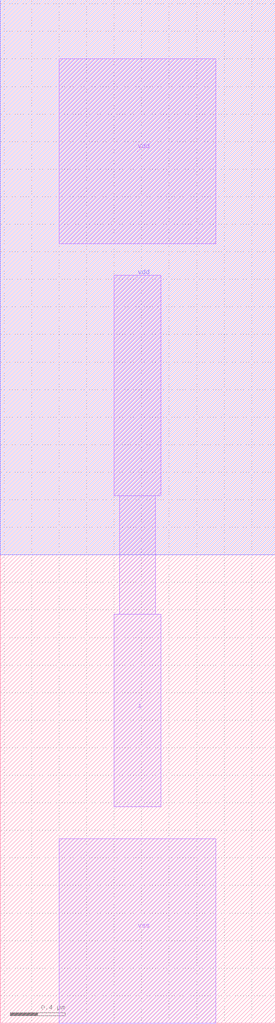
<source format=lef>
VERSION 5.7 ;
  NOWIREEXTENSIONATPIN ON ;
  DIVIDERCHAR "/" ;
  BUSBITCHARS "[]" ;
MACRO diode_w1
  CLASS BLOCK ;
  FOREIGN diode_w1 ;
  ORIGIN 0.430 0.000 ;
  SIZE 2.000 BY 7.430 ;
  PIN vdd
    ANTENNADIFFAREA 0.309600 ;
    PORT
      LAYER Nwell ;
        RECT -0.430 3.400 1.570 7.430 ;
      LAYER Metal1 ;
        RECT 0.000 5.660 1.140 7.000 ;
    END
  END vdd
  PIN vss
    ANTENNADIFFAREA 0.309600 ;
    PORT
      LAYER Metal1 ;
        RECT 0.000 0.000 1.140 1.340 ;
    END
  END vss
  PIN i
    ANTENNADIFFAREA 1.080000 ;
    PORT
      LAYER Metal1 ;
        RECT 0.400 3.830 0.740 5.430 ;
        RECT 0.440 2.970 0.700 3.830 ;
        RECT 0.400 1.570 0.740 2.970 ;
    END
  END i
END diode_w1
END LIBRARY


</source>
